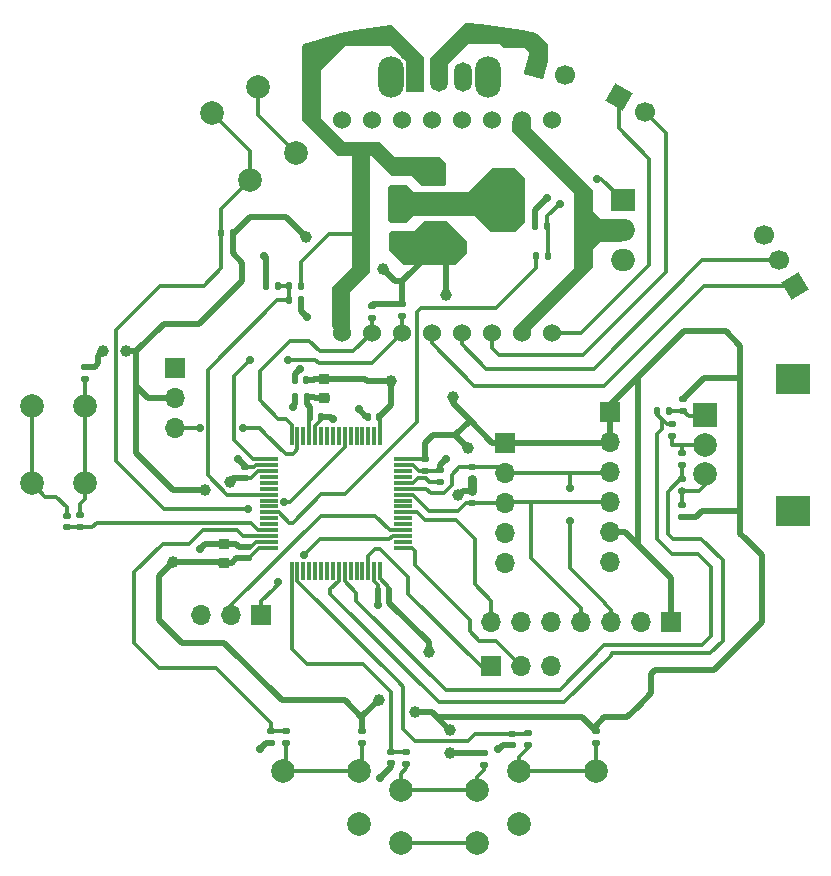
<source format=gtl>
%TF.GenerationSoftware,KiCad,Pcbnew,8.0.4*%
%TF.CreationDate,2024-08-27T21:01:54+02:00*%
%TF.ProjectId,smartEggTimer,736d6172-7445-4676-9754-696d65722e6b,rev?*%
%TF.SameCoordinates,Original*%
%TF.FileFunction,Copper,L1,Top*%
%TF.FilePolarity,Positive*%
%FSLAX46Y46*%
G04 Gerber Fmt 4.6, Leading zero omitted, Abs format (unit mm)*
G04 Created by KiCad (PCBNEW 8.0.4) date 2024-08-27 21:01:54*
%MOMM*%
%LPD*%
G01*
G04 APERTURE LIST*
G04 Aperture macros list*
%AMRoundRect*
0 Rectangle with rounded corners*
0 $1 Rounding radius*
0 $2 $3 $4 $5 $6 $7 $8 $9 X,Y pos of 4 corners*
0 Add a 4 corners polygon primitive as box body*
4,1,4,$2,$3,$4,$5,$6,$7,$8,$9,$2,$3,0*
0 Add four circle primitives for the rounded corners*
1,1,$1+$1,$2,$3*
1,1,$1+$1,$4,$5*
1,1,$1+$1,$6,$7*
1,1,$1+$1,$8,$9*
0 Add four rect primitives between the rounded corners*
20,1,$1+$1,$2,$3,$4,$5,0*
20,1,$1+$1,$4,$5,$6,$7,0*
20,1,$1+$1,$6,$7,$8,$9,0*
20,1,$1+$1,$8,$9,$2,$3,0*%
%AMHorizOval*
0 Thick line with rounded ends*
0 $1 width*
0 $2 $3 position (X,Y) of the first rounded end (center of the circle)*
0 $4 $5 position (X,Y) of the second rounded end (center of the circle)*
0 Add line between two ends*
20,1,$1,$2,$3,$4,$5,0*
0 Add two circle primitives to create the rounded ends*
1,1,$1,$2,$3*
1,1,$1,$4,$5*%
%AMRotRect*
0 Rectangle, with rotation*
0 The origin of the aperture is its center*
0 $1 length*
0 $2 width*
0 $3 Rotation angle, in degrees counterclockwise*
0 Add horizontal line*
21,1,$1,$2,0,0,$3*%
G04 Aperture macros list end*
%TA.AperFunction,ComponentPad*%
%ADD10C,2.000000*%
%TD*%
%TA.AperFunction,SMDPad,CuDef*%
%ADD11RoundRect,0.135000X0.185000X-0.135000X0.185000X0.135000X-0.185000X0.135000X-0.185000X-0.135000X0*%
%TD*%
%TA.AperFunction,SMDPad,CuDef*%
%ADD12RoundRect,0.135000X-0.135000X-0.185000X0.135000X-0.185000X0.135000X0.185000X-0.135000X0.185000X0*%
%TD*%
%TA.AperFunction,ComponentPad*%
%ADD13R,1.700000X1.700000*%
%TD*%
%TA.AperFunction,ComponentPad*%
%ADD14O,1.700000X1.700000*%
%TD*%
%TA.AperFunction,SMDPad,CuDef*%
%ADD15RoundRect,0.140000X-0.140000X-0.170000X0.140000X-0.170000X0.140000X0.170000X-0.140000X0.170000X0*%
%TD*%
%TA.AperFunction,SMDPad,CuDef*%
%ADD16RoundRect,0.135000X-0.185000X0.135000X-0.185000X-0.135000X0.185000X-0.135000X0.185000X0.135000X0*%
%TD*%
%TA.AperFunction,SMDPad,CuDef*%
%ADD17RoundRect,0.140000X0.140000X0.170000X-0.140000X0.170000X-0.140000X-0.170000X0.140000X-0.170000X0*%
%TD*%
%TA.AperFunction,ComponentPad*%
%ADD18C,1.524000*%
%TD*%
%TA.AperFunction,SMDPad,CuDef*%
%ADD19RoundRect,0.375000X-0.625000X-0.375000X0.625000X-0.375000X0.625000X0.375000X-0.625000X0.375000X0*%
%TD*%
%TA.AperFunction,SMDPad,CuDef*%
%ADD20RoundRect,0.500000X-0.500000X-1.400000X0.500000X-1.400000X0.500000X1.400000X-0.500000X1.400000X0*%
%TD*%
%TA.AperFunction,SMDPad,CuDef*%
%ADD21RoundRect,0.140000X-0.170000X0.140000X-0.170000X-0.140000X0.170000X-0.140000X0.170000X0.140000X0*%
%TD*%
%TA.AperFunction,SMDPad,CuDef*%
%ADD22RoundRect,0.140000X0.170000X-0.140000X0.170000X0.140000X-0.170000X0.140000X-0.170000X-0.140000X0*%
%TD*%
%TA.AperFunction,ComponentPad*%
%ADD23R,2.000000X2.000000*%
%TD*%
%TA.AperFunction,ComponentPad*%
%ADD24R,3.000000X2.500000*%
%TD*%
%TA.AperFunction,SMDPad,CuDef*%
%ADD25RoundRect,0.075000X-0.075000X0.700000X-0.075000X-0.700000X0.075000X-0.700000X0.075000X0.700000X0*%
%TD*%
%TA.AperFunction,SMDPad,CuDef*%
%ADD26RoundRect,0.075000X-0.700000X0.075000X-0.700000X-0.075000X0.700000X-0.075000X0.700000X0.075000X0*%
%TD*%
%TA.AperFunction,SMDPad,CuDef*%
%ADD27RoundRect,0.250000X-0.475000X0.250000X-0.475000X-0.250000X0.475000X-0.250000X0.475000X0.250000X0*%
%TD*%
%TA.AperFunction,SMDPad,CuDef*%
%ADD28RoundRect,0.135000X0.135000X0.185000X-0.135000X0.185000X-0.135000X-0.185000X0.135000X-0.185000X0*%
%TD*%
%TA.AperFunction,ComponentPad*%
%ADD29RotRect,1.700000X1.700000X60.000000*%
%TD*%
%TA.AperFunction,ComponentPad*%
%ADD30HorizOval,1.700000X0.000000X0.000000X0.000000X0.000000X0*%
%TD*%
%TA.AperFunction,ComponentPad*%
%ADD31RotRect,1.700000X1.700000X211.000000*%
%TD*%
%TA.AperFunction,ComponentPad*%
%ADD32HorizOval,1.700000X0.000000X0.000000X0.000000X0.000000X0*%
%TD*%
%TA.AperFunction,ComponentPad*%
%ADD33R,2.000000X1.905000*%
%TD*%
%TA.AperFunction,ComponentPad*%
%ADD34O,2.000000X1.905000*%
%TD*%
%TA.AperFunction,SMDPad,CuDef*%
%ADD35RoundRect,0.225000X0.250000X-0.225000X0.250000X0.225000X-0.250000X0.225000X-0.250000X-0.225000X0*%
%TD*%
%TA.AperFunction,SMDPad,CuDef*%
%ADD36RoundRect,0.218750X0.256250X-0.218750X0.256250X0.218750X-0.256250X0.218750X-0.256250X-0.218750X0*%
%TD*%
%TA.AperFunction,ComponentPad*%
%ADD37RotRect,1.700000X1.700000X75.000000*%
%TD*%
%TA.AperFunction,ComponentPad*%
%ADD38HorizOval,1.700000X0.000000X0.000000X0.000000X0.000000X0*%
%TD*%
%TA.AperFunction,SMDPad,CuDef*%
%ADD39RoundRect,0.250000X0.475000X-0.250000X0.475000X0.250000X-0.475000X0.250000X-0.475000X-0.250000X0*%
%TD*%
%TA.AperFunction,ComponentPad*%
%ADD40O,2.200000X3.500000*%
%TD*%
%TA.AperFunction,ComponentPad*%
%ADD41R,1.500000X2.500000*%
%TD*%
%TA.AperFunction,ComponentPad*%
%ADD42O,1.500000X2.500000*%
%TD*%
%TA.AperFunction,ViaPad*%
%ADD43C,1.000000*%
%TD*%
%TA.AperFunction,ViaPad*%
%ADD44C,0.700000*%
%TD*%
%TA.AperFunction,Conductor*%
%ADD45C,0.500000*%
%TD*%
%TA.AperFunction,Conductor*%
%ADD46C,0.300000*%
%TD*%
%TA.AperFunction,Conductor*%
%ADD47C,0.800000*%
%TD*%
%TA.AperFunction,Conductor*%
%ADD48C,0.200000*%
%TD*%
G04 APERTURE END LIST*
D10*
%TO.P,SW6,1,1*%
%TO.N,GND*%
X106750000Y-132120000D03*
%TO.P,SW6,2,2*%
%TO.N,Net-(R20-Pad1)*%
X113250000Y-127620000D03*
X106750000Y-127620000D03*
%TD*%
D11*
%TO.P,R11,1*%
%TO.N,+3.3V*%
X120575000Y-106085000D03*
%TO.P,R11,2*%
%TO.N,Net-(R10-Pad1)*%
X120575000Y-105065000D03*
%TD*%
D12*
%TO.P,R12,1*%
%TO.N,/Battery_indicator*%
X87275000Y-86585000D03*
%TO.P,R12,2*%
%TO.N,/Battery-SW*%
X88295000Y-86585000D03*
%TD*%
D13*
%TO.P,J7,1,Pin_1*%
%TO.N,GND*%
X77600000Y-93520000D03*
D14*
%TO.P,J7,2,Pin_2*%
%TO.N,+3.3V*%
X77600000Y-96060000D03*
%TO.P,J7,3,Pin_3*%
%TO.N,/LED*%
X77600000Y-98600000D03*
%TD*%
D13*
%TO.P,J2,1,Pin_1*%
%TO.N,/JTAG_SWD*%
X104425000Y-118725000D03*
D14*
%TO.P,J2,2,Pin_2*%
%TO.N,/JTAG_SWCLK*%
X106965000Y-118725000D03*
%TO.P,J2,3,Pin_3*%
%TO.N,GND*%
X109505000Y-118725000D03*
%TD*%
D15*
%TO.P,C7,1*%
%TO.N,+3.3VA*%
X89056800Y-97615000D03*
%TO.P,C7,2*%
%TO.N,GND*%
X90016800Y-97615000D03*
%TD*%
D11*
%TO.P,R10,1*%
%TO.N,Net-(R10-Pad1)*%
X120575000Y-103885000D03*
%TO.P,R10,2*%
%TO.N,/Rotary Encoder b*%
X120575000Y-102865000D03*
%TD*%
D16*
%TO.P,R8,1*%
%TO.N,+3.3V*%
X120685000Y-96095000D03*
%TO.P,R8,2*%
%TO.N,Net-(R8-Pad2)*%
X120685000Y-97115000D03*
%TD*%
D11*
%TO.P,R20,1*%
%TO.N,Net-(R20-Pad1)*%
X113250000Y-125250000D03*
%TO.P,R20,2*%
%TO.N,+3.3V*%
X113250000Y-124230000D03*
%TD*%
%TO.P,R14,1*%
%TO.N,Net-(R14-Pad1)*%
X70000000Y-94400000D03*
%TO.P,R14,2*%
%TO.N,+3.3V*%
X70000000Y-93380000D03*
%TD*%
D10*
%TO.P,SW4,1,1*%
%TO.N,GND*%
X103250000Y-133750000D03*
X96750000Y-133750000D03*
%TO.P,SW4,2,2*%
%TO.N,Net-(R16-Pad1)*%
X103250000Y-129250000D03*
X96750000Y-129250000D03*
%TD*%
D17*
%TO.P,C3,1*%
%TO.N,+3.3V*%
X95800000Y-112365000D03*
%TO.P,C3,2*%
%TO.N,GND*%
X94840000Y-112365000D03*
%TD*%
D10*
%TO.P,SW3,1,1*%
%TO.N,GND*%
X65500000Y-103250000D03*
X65500000Y-96750000D03*
%TO.P,SW3,2,2*%
%TO.N,Net-(R14-Pad1)*%
X70000000Y-103250000D03*
X70000000Y-96750000D03*
%TD*%
D11*
%TO.P,R16,1*%
%TO.N,Net-(R16-Pad1)*%
X103816400Y-127119600D03*
%TO.P,R16,2*%
%TO.N,+3.3V*%
X103816400Y-126099600D03*
%TD*%
D18*
%TO.P,DFPlayerMini1,1,VCC*%
%TO.N,/Battery-SW*%
X91740000Y-90559000D03*
%TO.P,DFPlayerMini1,2,RX*%
%TO.N,/USART2_TX*%
X94280000Y-90559000D03*
%TO.P,DFPlayerMini1,3,TX*%
%TO.N,/USART2_RX*%
X96820000Y-90559000D03*
%TO.P,DFPlayerMini1,4,DAC_R*%
%TO.N,/DAC_R*%
X99360000Y-90559000D03*
%TO.P,DFPlayerMini1,5,DAC_L*%
%TO.N,/DAC_L*%
X101900000Y-90559000D03*
%TO.P,DFPlayerMini1,6,SPK_1*%
%TO.N,/SPK+*%
X104440000Y-90559000D03*
%TO.P,DFPlayerMini1,7,GND*%
%TO.N,/DFPlayer-Minus*%
X106980000Y-90559000D03*
%TO.P,DFPlayerMini1,8,SPK_2*%
%TO.N,/SPK-*%
X109520000Y-90559000D03*
%TO.P,DFPlayerMini1,9,IO_1*%
%TO.N,unconnected-(DFPlayerMini1-IO_1-Pad9)*%
X109520000Y-72525000D03*
%TO.P,DFPlayerMini1,10,GND*%
%TO.N,/DFPlayer-Minus*%
X106980000Y-72525000D03*
%TO.P,DFPlayerMini1,11,IO_2*%
%TO.N,unconnected-(DFPlayerMini1-IO_2-Pad11)*%
X104440000Y-72525000D03*
%TO.P,DFPlayerMini1,12,ADKEY_1*%
%TO.N,unconnected-(DFPlayerMini1-ADKEY_1-Pad12)*%
X101900000Y-72525000D03*
%TO.P,DFPlayerMini1,13,ADKEY_2*%
%TO.N,unconnected-(DFPlayerMini1-ADKEY_2-Pad13)*%
X99360000Y-72525000D03*
%TO.P,DFPlayerMini1,14,USB+*%
%TO.N,unconnected-(DFPlayerMini1-USB+-Pad14)*%
X96820000Y-72525000D03*
%TO.P,DFPlayerMini1,15,USB-*%
%TO.N,unconnected-(DFPlayerMini1-USB--Pad15)*%
X94280000Y-72525000D03*
%TO.P,DFPlayerMini1,16,BUSY*%
%TO.N,unconnected-(DFPlayerMini1-BUSY-Pad16)*%
X91740000Y-72525000D03*
%TD*%
D19*
%TO.P,U2,1,VI*%
%TO.N,/Battery-SW*%
X99550000Y-77300000D03*
%TO.P,U2,2,GND*%
%TO.N,GND*%
X99550000Y-79600000D03*
D20*
X105850000Y-79600000D03*
D19*
%TO.P,U2,3,VO*%
%TO.N,+3.3V*%
X99550000Y-81900000D03*
%TD*%
D21*
%TO.P,C17,1*%
%TO.N,/Button_2*%
X85750000Y-124270000D03*
%TO.P,C17,2*%
%TO.N,GND*%
X85750000Y-125230000D03*
%TD*%
D12*
%TO.P,R1,1*%
%TO.N,/NRST*%
X81540000Y-82050000D03*
%TO.P,R1,2*%
%TO.N,+3.3V*%
X82560000Y-82050000D03*
%TD*%
%TO.P,R5,1*%
%TO.N,/DFPlayer-On{slash}Off switch*%
X108230000Y-84050000D03*
%TO.P,R5,2*%
%TO.N,Net-(Q1-G)*%
X109250000Y-84050000D03*
%TD*%
D10*
%TO.P,SW5,1,1*%
%TO.N,GND*%
X93250000Y-132120000D03*
%TO.P,SW5,2,2*%
%TO.N,Net-(R18-Pad1)*%
X93250000Y-127620000D03*
X86750000Y-127620000D03*
%TD*%
D11*
%TO.P,R15,1*%
%TO.N,/Button_1*%
X69600000Y-107000000D03*
%TO.P,R15,2*%
%TO.N,Net-(R14-Pad1)*%
X69600000Y-105980000D03*
%TD*%
D16*
%TO.P,R23,1*%
%TO.N,+3.3V*%
X96900000Y-88125000D03*
%TO.P,R23,2*%
%TO.N,/USART2_RX*%
X96900000Y-89145000D03*
%TD*%
D15*
%TO.P,C14,1*%
%TO.N,/Battery_indicator*%
X87335000Y-87785000D03*
%TO.P,C14,2*%
%TO.N,GND*%
X88295000Y-87785000D03*
%TD*%
D16*
%TO.P,R7,1*%
%TO.N,/I2C1_SDA*%
X102800000Y-101890000D03*
%TO.P,R7,2*%
%TO.N,+3.3V*%
X102800000Y-102910000D03*
%TD*%
D17*
%TO.P,C9,1*%
%TO.N,+3.3V*%
X88770000Y-94555000D03*
%TO.P,C9,2*%
%TO.N,GND*%
X87810000Y-94555000D03*
%TD*%
D22*
%TO.P,C2,1*%
%TO.N,+3.3V*%
X83820000Y-109595000D03*
%TO.P,C2,2*%
%TO.N,GND*%
X83820000Y-108635000D03*
%TD*%
D13*
%TO.P,J1,1,Pin_1*%
%TO.N,+3.3V*%
X105600000Y-99840000D03*
D14*
%TO.P,J1,2,Pin_2*%
%TO.N,/I2C1_SDA*%
X105600000Y-102380000D03*
%TO.P,J1,3,Pin_3*%
%TO.N,/I2C1_SCL*%
X105600000Y-104920000D03*
%TO.P,J1,4,Pin_4*%
%TO.N,unconnected-(J1-Pin_4-Pad4)*%
X105600000Y-107460000D03*
%TO.P,J1,5,Pin_5*%
%TO.N,GND*%
X105600000Y-110000000D03*
%TD*%
D23*
%TO.P,SW2,A,A*%
%TO.N,Net-(R8-Pad2)*%
X122500000Y-97500000D03*
D10*
%TO.P,SW2,B,B*%
%TO.N,Net-(R10-Pad1)*%
X122500000Y-102500000D03*
%TO.P,SW2,C,C*%
%TO.N,GND*%
X122500000Y-100000000D03*
D24*
X130000000Y-94400000D03*
X130000000Y-105600000D03*
%TD*%
D25*
%TO.P,U1,1,VBAT*%
%TO.N,+3.3V*%
X95010000Y-99305000D03*
%TO.P,U1,2,PC13*%
%TO.N,unconnected-(U1-PC13-Pad2)*%
X94510000Y-99305000D03*
%TO.P,U1,3,PC14*%
%TO.N,unconnected-(U1-PC14-Pad3)*%
X94010000Y-99305000D03*
%TO.P,U1,4,PC15*%
%TO.N,unconnected-(U1-PC15-Pad4)*%
X93510000Y-99305000D03*
%TO.P,U1,5,PD0*%
%TO.N,unconnected-(U1-PD0-Pad5)*%
X93010000Y-99305000D03*
%TO.P,U1,6,PD1*%
%TO.N,unconnected-(U1-PD1-Pad6)*%
X92510000Y-99305000D03*
%TO.P,U1,7,NRST*%
%TO.N,/NRST*%
X92010000Y-99305000D03*
%TO.P,U1,8,PC0*%
%TO.N,unconnected-(U1-PC0-Pad8)*%
X91510000Y-99305000D03*
%TO.P,U1,9,PC1*%
%TO.N,unconnected-(U1-PC1-Pad9)*%
X91010000Y-99305000D03*
%TO.P,U1,10,PC2*%
%TO.N,unconnected-(U1-PC2-Pad10)*%
X90510000Y-99305000D03*
%TO.P,U1,11,PC3*%
%TO.N,unconnected-(U1-PC3-Pad11)*%
X90010000Y-99305000D03*
%TO.P,U1,12,VSSA*%
%TO.N,GND*%
X89510000Y-99305000D03*
%TO.P,U1,13,VDDA*%
%TO.N,+3.3VA*%
X89010000Y-99305000D03*
%TO.P,U1,14,PA0*%
%TO.N,unconnected-(U1-PA0-Pad14)*%
X88510000Y-99305000D03*
%TO.P,U1,15,PA1*%
%TO.N,/LED*%
X88010000Y-99305000D03*
%TO.P,U1,16,PA2*%
%TO.N,/USART2_TX*%
X87510000Y-99305000D03*
D26*
%TO.P,U1,17,PA3*%
%TO.N,/USART2_RX*%
X85585000Y-101230000D03*
%TO.P,U1,18,VSS*%
%TO.N,GND*%
X85585000Y-101730000D03*
%TO.P,U1,19,VDD*%
%TO.N,+3.3V*%
X85585000Y-102230000D03*
%TO.P,U1,20,PA4*%
%TO.N,unconnected-(U1-PA4-Pad20)*%
X85585000Y-102730000D03*
%TO.P,U1,21,PA5*%
%TO.N,unconnected-(U1-PA5-Pad21)*%
X85585000Y-103230000D03*
%TO.P,U1,22,PA6*%
%TO.N,unconnected-(U1-PA6-Pad22)*%
X85585000Y-103730000D03*
%TO.P,U1,23,PA7*%
%TO.N,/Battery_indicator*%
X85585000Y-104230000D03*
%TO.P,U1,24,PC4*%
%TO.N,unconnected-(U1-PC4-Pad24)*%
X85585000Y-104730000D03*
%TO.P,U1,25,PC5*%
%TO.N,unconnected-(U1-PC5-Pad25)*%
X85585000Y-105230000D03*
%TO.P,U1,26,PB0*%
%TO.N,/DFPlayer-On{slash}Off switch*%
X85585000Y-105730000D03*
%TO.P,U1,27,PB1*%
%TO.N,unconnected-(U1-PB1-Pad27)*%
X85585000Y-106230000D03*
%TO.P,U1,28,PB2*%
%TO.N,unconnected-(U1-PB2-Pad28)*%
X85585000Y-106730000D03*
%TO.P,U1,29,PB10*%
%TO.N,/Button_1*%
X85585000Y-107230000D03*
%TO.P,U1,30,PB11*%
%TO.N,/Button_2*%
X85585000Y-107730000D03*
%TO.P,U1,31,VSS*%
%TO.N,GND*%
X85585000Y-108230000D03*
%TO.P,U1,32,VDD*%
%TO.N,+3.3V*%
X85585000Y-108730000D03*
D25*
%TO.P,U1,33,PB12*%
%TO.N,/Button_3*%
X87510000Y-110655000D03*
%TO.P,U1,34,PB13*%
%TO.N,/Button_4*%
X88010000Y-110655000D03*
%TO.P,U1,35,PB14*%
%TO.N,unconnected-(U1-PB14-Pad35)*%
X88510000Y-110655000D03*
%TO.P,U1,36,PB15*%
%TO.N,unconnected-(U1-PB15-Pad36)*%
X89010000Y-110655000D03*
%TO.P,U1,37,PC6*%
%TO.N,unconnected-(U1-PC6-Pad37)*%
X89510000Y-110655000D03*
%TO.P,U1,38,PC7*%
%TO.N,unconnected-(U1-PC7-Pad38)*%
X90010000Y-110655000D03*
%TO.P,U1,39,PC8*%
%TO.N,unconnected-(U1-PC8-Pad39)*%
X90510000Y-110655000D03*
%TO.P,U1,40,PC9*%
%TO.N,unconnected-(U1-PC9-Pad40)*%
X91010000Y-110655000D03*
%TO.P,U1,41,PA8*%
%TO.N,/Rotary Encoder b*%
X91510000Y-110655000D03*
%TO.P,U1,42,PA9*%
%TO.N,/Rotary Encoder a*%
X92010000Y-110655000D03*
%TO.P,U1,43,PA10*%
%TO.N,unconnected-(U1-PA10-Pad43)*%
X92510000Y-110655000D03*
%TO.P,U1,44,PA11*%
%TO.N,unconnected-(U1-PA11-Pad44)*%
X93010000Y-110655000D03*
%TO.P,U1,45,PA12*%
%TO.N,unconnected-(U1-PA12-Pad45)*%
X93510000Y-110655000D03*
%TO.P,U1,46,PA13*%
%TO.N,/JTAG_SWD*%
X94010000Y-110655000D03*
%TO.P,U1,47,VSS*%
%TO.N,GND*%
X94510000Y-110655000D03*
%TO.P,U1,48,VDD*%
%TO.N,+3.3V*%
X95010000Y-110655000D03*
D26*
%TO.P,U1,49,PA14*%
%TO.N,/JTAG_SWCLK*%
X96935000Y-108730000D03*
%TO.P,U1,50,PA15*%
%TO.N,unconnected-(U1-PA15-Pad50)*%
X96935000Y-108230000D03*
%TO.P,U1,51,PC10*%
%TO.N,/USART3_TX*%
X96935000Y-107730000D03*
%TO.P,U1,52,PC11*%
%TO.N,/USART3_RX*%
X96935000Y-107230000D03*
%TO.P,U1,53,PC12*%
%TO.N,unconnected-(U1-PC12-Pad53)*%
X96935000Y-106730000D03*
%TO.P,U1,54,PD2*%
%TO.N,unconnected-(U1-PD2-Pad54)*%
X96935000Y-106230000D03*
%TO.P,U1,55,PB3*%
%TO.N,/display_reset*%
X96935000Y-105730000D03*
%TO.P,U1,56,PB4*%
%TO.N,unconnected-(U1-PB4-Pad56)*%
X96935000Y-105230000D03*
%TO.P,U1,57,PB5*%
%TO.N,unconnected-(U1-PB5-Pad57)*%
X96935000Y-104730000D03*
%TO.P,U1,58,PB6*%
%TO.N,/I2C1_SCL*%
X96935000Y-104230000D03*
%TO.P,U1,59,PB7*%
%TO.N,/I2C1_SDA*%
X96935000Y-103730000D03*
%TO.P,U1,60,BOOT0*%
%TO.N,/BOOT0*%
X96935000Y-103230000D03*
%TO.P,U1,61,PB8*%
%TO.N,unconnected-(U1-PB8-Pad61)*%
X96935000Y-102730000D03*
%TO.P,U1,62,PB9*%
%TO.N,unconnected-(U1-PB9-Pad62)*%
X96935000Y-102230000D03*
%TO.P,U1,63,VSS*%
%TO.N,GND*%
X96935000Y-101730000D03*
%TO.P,U1,64,VDD*%
%TO.N,+3.3V*%
X96935000Y-101230000D03*
%TD*%
D12*
%TO.P,R13,1*%
%TO.N,GND*%
X85305000Y-86585000D03*
%TO.P,R13,2*%
%TO.N,/Battery_indicator*%
X86325000Y-86585000D03*
%TD*%
D21*
%TO.P,C6,1*%
%TO.N,+3.3V*%
X98820000Y-101230000D03*
%TO.P,C6,2*%
%TO.N,GND*%
X98820000Y-102190000D03*
%TD*%
%TO.P,C13,1*%
%TO.N,GND*%
X120575000Y-100720000D03*
%TO.P,C13,2*%
%TO.N,/Rotary Encoder b*%
X120575000Y-101680000D03*
%TD*%
D22*
%TO.P,C4,1*%
%TO.N,+3.3V*%
X83570000Y-102845000D03*
%TO.P,C4,2*%
%TO.N,GND*%
X83570000Y-101885000D03*
%TD*%
D16*
%TO.P,R2,1*%
%TO.N,GND*%
X100060000Y-102105000D03*
%TO.P,R2,2*%
%TO.N,/BOOT0*%
X100060000Y-103125000D03*
%TD*%
D27*
%TO.P,C10,1*%
%TO.N,/Battery-SW*%
X96550000Y-76667500D03*
%TO.P,C10,2*%
%TO.N,GND*%
X96550000Y-78567500D03*
%TD*%
D22*
%TO.P,C15,1*%
%TO.N,/Button_1*%
X68475000Y-106970000D03*
%TO.P,C15,2*%
%TO.N,GND*%
X68475000Y-106010000D03*
%TD*%
D28*
%TO.P,R9,1*%
%TO.N,Net-(R8-Pad2)*%
X119470000Y-97130000D03*
%TO.P,R9,2*%
%TO.N,/Rotary Encoder a*%
X118450000Y-97130000D03*
%TD*%
D16*
%TO.P,R22,1*%
%TO.N,+3.3V*%
X94300000Y-88215000D03*
%TO.P,R22,2*%
%TO.N,/USART2_TX*%
X94300000Y-89235000D03*
%TD*%
D29*
%TO.P,J5,1,Pin_1*%
%TO.N,/SPK-*%
X115200000Y-70530000D03*
D30*
%TO.P,J5,2,Pin_2*%
%TO.N,/SPK+*%
X117399705Y-71800000D03*
%TD*%
D31*
%TO.P,J8,1,Pin_1*%
%TO.N,/DAC_R*%
X130108197Y-86577205D03*
D32*
%TO.P,J8,2,Pin_2*%
%TO.N,/DAC_L*%
X128800000Y-84400000D03*
%TO.P,J8,3,Pin_3*%
%TO.N,GND*%
X127491804Y-82222795D03*
%TD*%
D13*
%TO.P,J3,1,Pin_1*%
%TO.N,/USART3_TX*%
X84925000Y-114400000D03*
D14*
%TO.P,J3,2,Pin_2*%
%TO.N,/USART3_RX*%
X82385000Y-114400000D03*
%TO.P,J3,3,Pin_3*%
%TO.N,GND*%
X79845000Y-114400000D03*
%TD*%
D21*
%TO.P,C12,1*%
%TO.N,/Rotary Encoder a*%
X119685000Y-98270000D03*
%TO.P,C12,2*%
%TO.N,GND*%
X119685000Y-99230000D03*
%TD*%
D16*
%TO.P,R21,1*%
%TO.N,/Button_4*%
X107500000Y-124430000D03*
%TO.P,R21,2*%
%TO.N,Net-(R20-Pad1)*%
X107500000Y-125450000D03*
%TD*%
D17*
%TO.P,C8,1*%
%TO.N,+3.3VA*%
X88780000Y-95955000D03*
%TO.P,C8,2*%
%TO.N,GND*%
X87820000Y-95955000D03*
%TD*%
D13*
%TO.P,J4,1,Pin_1*%
%TO.N,+3.3V*%
X114475000Y-97260000D03*
D14*
%TO.P,J4,2,Pin_2*%
X114475000Y-99800000D03*
%TO.P,J4,3,Pin_3*%
%TO.N,/I2C1_SDA*%
X114475000Y-102340000D03*
%TO.P,J4,4,Pin_4*%
%TO.N,/I2C1_SCL*%
X114475000Y-104880000D03*
%TO.P,J4,5,Pin_5*%
%TO.N,+3.3V*%
X114475000Y-107420000D03*
%TO.P,J4,6,Pin_6*%
%TO.N,GND*%
X114475000Y-109960000D03*
%TD*%
D21*
%TO.P,C16,1*%
%TO.N,/Button_3*%
X95917000Y-126020000D03*
%TO.P,C16,2*%
%TO.N,GND*%
X95917000Y-126980000D03*
%TD*%
D17*
%TO.P,C5,1*%
%TO.N,+3.3V*%
X94940000Y-97615000D03*
%TO.P,C5,2*%
%TO.N,GND*%
X93980000Y-97615000D03*
%TD*%
D33*
%TO.P,Q1,1,G*%
%TO.N,Net-(Q1-G)*%
X115550000Y-79310000D03*
D34*
%TO.P,Q1,2,D*%
%TO.N,/DFPlayer-Minus*%
X115550000Y-81850000D03*
%TO.P,Q1,3,S*%
%TO.N,GND*%
X115550000Y-84390000D03*
%TD*%
D13*
%TO.P,OLED-15W-C1,1,VCC*%
%TO.N,+3.3V*%
X119640000Y-115000000D03*
D14*
%TO.P,OLED-15W-C1,2,GND*%
%TO.N,GND*%
X117100000Y-115000000D03*
%TO.P,OLED-15W-C1,3,DIN*%
%TO.N,/I2C1_SDA*%
X114560000Y-115000000D03*
%TO.P,OLED-15W-C1,4,CLK*%
%TO.N,/I2C1_SCL*%
X112020000Y-115000000D03*
%TO.P,OLED-15W-C1,5,CS*%
%TO.N,unconnected-(OLED-15W-C1-CS-Pad5)*%
X109480000Y-115000000D03*
%TO.P,OLED-15W-C1,6,D/C*%
%TO.N,unconnected-(OLED-15W-C1-D{slash}C-Pad6)*%
X106940000Y-115000000D03*
%TO.P,OLED-15W-C1,7,RES*%
%TO.N,/display_reset*%
X104400000Y-115000000D03*
%TD*%
D16*
%TO.P,R17,1*%
%TO.N,/Button_3*%
X97187000Y-125990000D03*
%TO.P,R17,2*%
%TO.N,Net-(R16-Pad1)*%
X97187000Y-127010000D03*
%TD*%
D11*
%TO.P,R6,1*%
%TO.N,/I2C1_SCL*%
X102800000Y-104910000D03*
%TO.P,R6,2*%
%TO.N,+3.3V*%
X102800000Y-103890000D03*
%TD*%
D35*
%TO.P,C1,1*%
%TO.N,+3.3V*%
X81800000Y-109975000D03*
%TO.P,C1,2*%
%TO.N,GND*%
X81800000Y-108425000D03*
%TD*%
D16*
%TO.P,R19,1*%
%TO.N,/Button_2*%
X87000000Y-124240000D03*
%TO.P,R19,2*%
%TO.N,Net-(R18-Pad1)*%
X87000000Y-125260000D03*
%TD*%
D21*
%TO.P,C18,1*%
%TO.N,/Button_4*%
X106165000Y-124460000D03*
%TO.P,C18,2*%
%TO.N,GND*%
X106165000Y-125420000D03*
%TD*%
D36*
%TO.P,FB1,1*%
%TO.N,+3.3VA*%
X90260000Y-96030000D03*
%TO.P,FB1,2*%
%TO.N,+3.3V*%
X90260000Y-94455000D03*
%TD*%
D37*
%TO.P,J6,1,Pin_1*%
%TO.N,/Bat+*%
X108200000Y-68000000D03*
D38*
%TO.P,J6,2,Pin_2*%
%TO.N,GND*%
X110653452Y-68657400D03*
%TD*%
D39*
%TO.P,C11,1*%
%TO.N,+3.3V*%
X96550000Y-82505000D03*
%TO.P,C11,2*%
%TO.N,GND*%
X96550000Y-80605000D03*
%TD*%
D11*
%TO.P,R18,1*%
%TO.N,Net-(R18-Pad1)*%
X93500000Y-125260000D03*
%TO.P,R18,2*%
%TO.N,+3.3V*%
X93500000Y-124240000D03*
%TD*%
D28*
%TO.P,R4,1*%
%TO.N,Net-(Q1-G)*%
X109160000Y-81450000D03*
%TO.P,R4,2*%
%TO.N,GND*%
X108140000Y-81450000D03*
%TD*%
D40*
%TO.P,SW7,*%
%TO.N,*%
X95900000Y-68890001D03*
X104100002Y-68889999D03*
D41*
%TO.P,SW7,1,A*%
%TO.N,/Battery-SW*%
X98000001Y-68890000D03*
D42*
%TO.P,SW7,2,B*%
%TO.N,/Bat+*%
X100000000Y-68890000D03*
%TO.P,SW7,3,C*%
%TO.N,unconnected-(SW7-C-Pad3)*%
X102000002Y-68890000D03*
%TD*%
D10*
%TO.P,SW1,1,1*%
%TO.N,GND*%
X87925000Y-75304165D03*
X84675000Y-69675000D03*
%TO.P,SW1,2,2*%
%TO.N,/NRST*%
X84027886Y-77554166D03*
X80777885Y-71925000D03*
%TD*%
D43*
%TO.N,+3.3V*%
X95250000Y-85125000D03*
X99125000Y-117525000D03*
X101575000Y-104300000D03*
X94925000Y-121575000D03*
X100925000Y-124125000D03*
X88725000Y-82400000D03*
X95900000Y-94625000D03*
X102475000Y-100300000D03*
X101175000Y-95975000D03*
X100575000Y-87300000D03*
X80150000Y-103825000D03*
X100925000Y-126125000D03*
X73500000Y-92050000D03*
X82300000Y-103125000D03*
X77450000Y-109950000D03*
X71525000Y-92050000D03*
X97925000Y-122650000D03*
D44*
%TO.N,GND*%
X105000000Y-125800000D03*
X97850000Y-79000000D03*
X104050000Y-78600000D03*
X91000000Y-97800000D03*
X95000000Y-128200000D03*
X104050000Y-79600000D03*
X100600000Y-101200000D03*
X79800000Y-108800000D03*
X83000000Y-101200000D03*
X85215000Y-83985000D03*
X84800000Y-125800000D03*
X101250000Y-79200000D03*
X104050000Y-80600000D03*
X101250000Y-80000000D03*
X109125000Y-79125000D03*
X88200000Y-93600000D03*
X93200000Y-97000000D03*
X88815000Y-89185000D03*
X87600000Y-96800000D03*
X94800000Y-113600000D03*
X97850000Y-80200000D03*
%TO.N,/USART2_RX*%
X84000000Y-92800000D03*
X87200000Y-92800000D03*
%TO.N,/I2C1_SDA*%
X111075000Y-103625000D03*
X111075000Y-106475000D03*
%TO.N,/USART3_TX*%
X88601109Y-109330069D03*
X86400000Y-111600000D03*
%TO.N,/LED*%
X83400000Y-98600000D03*
X79750000Y-98600000D03*
%TO.N,/NRST*%
X83800000Y-105450000D03*
X86909596Y-104833484D03*
%TO.N,Net-(Q1-G)*%
X113400000Y-77500000D03*
X110200000Y-79600000D03*
%TD*%
D45*
%TO.N,+3.3V*%
X119640000Y-111290000D02*
X119640000Y-115000000D01*
X83350000Y-84600000D02*
X83350000Y-86100000D01*
X117975000Y-119375000D02*
X118250000Y-119100000D01*
X74375000Y-100725000D02*
X77475000Y-103825000D01*
X99400000Y-122650000D02*
X99825000Y-123075000D01*
X76675000Y-89750000D02*
X74375000Y-92050000D01*
X104515000Y-99840000D02*
X105600000Y-99840000D01*
X96900000Y-86125000D02*
X96250000Y-86125000D01*
X125500000Y-107525000D02*
X125500000Y-105600000D01*
X115925000Y-123075000D02*
X116900000Y-122100000D01*
X81775000Y-109950000D02*
X81800000Y-109975000D01*
X76300000Y-114875000D02*
X78225000Y-116800000D01*
X89485000Y-94455000D02*
X90260000Y-94455000D01*
X94390000Y-88125000D02*
X94300000Y-88215000D01*
X121790000Y-106085000D02*
X122300000Y-105575000D01*
X71125000Y-93100000D02*
X70845000Y-93380000D01*
X125500000Y-105600000D02*
X125500000Y-94325000D01*
X122455000Y-94325000D02*
X125500000Y-94325000D01*
X125050000Y-117300000D02*
X127325000Y-115025000D01*
D46*
X96935000Y-101230000D02*
X98820000Y-101230000D01*
D45*
X81825000Y-116800000D02*
X86675000Y-121650000D01*
X120685000Y-96095000D02*
X122455000Y-94325000D01*
X99550000Y-81900000D02*
X99550000Y-83475000D01*
X105600000Y-99840000D02*
X114435000Y-99840000D01*
X101175000Y-95975000D02*
X101175000Y-96500000D01*
D46*
X85585000Y-108730000D02*
X84760000Y-108730000D01*
D45*
X88770000Y-94555000D02*
X89335000Y-94555000D01*
D46*
X83570000Y-102845000D02*
X84091880Y-102845000D01*
D45*
X95800000Y-113375000D02*
X99125000Y-116700000D01*
X87075000Y-80750000D02*
X83950000Y-80750000D01*
X99825000Y-123075000D02*
X100875000Y-124125000D01*
X74375000Y-92050000D02*
X74375000Y-94675000D01*
X101375000Y-99200000D02*
X102600000Y-97975000D01*
X76300000Y-111100000D02*
X76300000Y-114875000D01*
X93500000Y-123000000D02*
X94925000Y-121575000D01*
X83570000Y-102845000D02*
X82580000Y-102845000D01*
X77475000Y-103825000D02*
X80150000Y-103825000D01*
X100875000Y-124125000D02*
X100925000Y-124125000D01*
X95900000Y-94625000D02*
X93925000Y-94625000D01*
X82650000Y-82050000D02*
X82560000Y-82050000D01*
D46*
X95010000Y-111326014D02*
X95800000Y-112116014D01*
D45*
X101175000Y-96500000D02*
X102600000Y-97925000D01*
X82805000Y-109595000D02*
X83820000Y-109595000D01*
X93925000Y-94625000D02*
X93755000Y-94455000D01*
X77450000Y-109950000D02*
X76300000Y-111100000D01*
X71525000Y-92050000D02*
X71125000Y-92450000D01*
X74375000Y-94675000D02*
X74375000Y-100725000D01*
X81800000Y-109975000D02*
X82425000Y-109975000D01*
X114475000Y-96675000D02*
X120750000Y-90400000D01*
X74375000Y-92050000D02*
X73500000Y-92050000D01*
D46*
X83895000Y-109595000D02*
X83820000Y-109595000D01*
D45*
X89335000Y-94555000D02*
X89460000Y-94430000D01*
X100925000Y-126125000D02*
X103791000Y-126125000D01*
X103791000Y-126125000D02*
X103816400Y-126099600D01*
X83350000Y-86100000D02*
X79700000Y-89750000D01*
X101985000Y-103890000D02*
X101575000Y-104300000D01*
X93755000Y-94455000D02*
X90260000Y-94455000D01*
X99475000Y-99200000D02*
X98820000Y-99855000D01*
X95900000Y-96655000D02*
X94940000Y-97615000D01*
X82560000Y-83810000D02*
X83350000Y-84600000D01*
X77450000Y-109950000D02*
X81775000Y-109950000D01*
X114475000Y-97260000D02*
X114475000Y-96675000D01*
X83950000Y-80750000D02*
X82650000Y-82050000D01*
X117975000Y-121025000D02*
X117975000Y-119875000D01*
X102800000Y-103890000D02*
X101985000Y-103890000D01*
X95800000Y-112365000D02*
X95800000Y-113375000D01*
X116837500Y-108487500D02*
X119640000Y-111290000D01*
X127325000Y-111100000D02*
X127325000Y-109350000D01*
X120575000Y-106085000D02*
X121790000Y-106085000D01*
X74375000Y-94675000D02*
X74375000Y-95050000D01*
X125875000Y-107900000D02*
X125500000Y-107525000D01*
X95900000Y-94625000D02*
X95900000Y-96655000D01*
X99825000Y-123075000D02*
X112095000Y-123075000D01*
X118250000Y-119100000D02*
X123250000Y-119100000D01*
X82560000Y-82050000D02*
X82560000Y-83810000D01*
X101375000Y-99200000D02*
X99475000Y-99200000D01*
X120750000Y-90400000D02*
X124275000Y-90400000D01*
X100575000Y-84500000D02*
X100575000Y-87300000D01*
X122300000Y-105575000D02*
X125475000Y-105575000D01*
X125500000Y-91625000D02*
X125500000Y-94325000D01*
X75385000Y-96060000D02*
X77600000Y-96060000D01*
X123250000Y-119100000D02*
X125050000Y-117300000D01*
X114475000Y-99800000D02*
X114475000Y-97260000D01*
X114435000Y-99840000D02*
X114475000Y-99800000D01*
X79700000Y-89750000D02*
X76675000Y-89750000D01*
X86675000Y-121650000D02*
X92025000Y-121650000D01*
X125475000Y-105575000D02*
X125500000Y-105600000D01*
X78225000Y-116800000D02*
X81825000Y-116800000D01*
X102475000Y-100300000D02*
X101375000Y-99200000D01*
X98820000Y-99855000D02*
X98820000Y-101230000D01*
X93500000Y-123125000D02*
X93500000Y-123000000D01*
X117975000Y-119875000D02*
X117975000Y-119375000D01*
X97925000Y-122650000D02*
X99400000Y-122650000D01*
X114000000Y-123075000D02*
X115925000Y-123075000D01*
X127325000Y-115025000D02*
X127325000Y-111100000D01*
X96900000Y-88125000D02*
X94390000Y-88125000D01*
D46*
X84706880Y-102230000D02*
X85585000Y-102230000D01*
D45*
X99125000Y-116700000D02*
X99125000Y-117525000D01*
D46*
X84760000Y-108730000D02*
X83895000Y-109595000D01*
D45*
X96250000Y-86125000D02*
X95250000Y-85125000D01*
X116837500Y-108487500D02*
X115770000Y-107420000D01*
X92025000Y-121650000D02*
X93500000Y-123125000D01*
X113250000Y-124230000D02*
X113250000Y-123825000D01*
X102600000Y-97975000D02*
X102600000Y-97925000D01*
X93500000Y-123125000D02*
X93500000Y-124240000D01*
D46*
X94940000Y-97615000D02*
X95010000Y-97685000D01*
D45*
X116837500Y-94312500D02*
X116837500Y-108487500D01*
X82580000Y-102845000D02*
X82300000Y-103125000D01*
X127325000Y-109350000D02*
X125875000Y-107900000D01*
X82425000Y-109975000D02*
X82805000Y-109595000D01*
X99550000Y-83475000D02*
X96900000Y-86125000D01*
X113250000Y-123825000D02*
X114000000Y-123075000D01*
X102600000Y-97925000D02*
X104515000Y-99840000D01*
D46*
X95010000Y-110655000D02*
X95010000Y-111326014D01*
X95800000Y-112116014D02*
X95800000Y-112365000D01*
D45*
X89460000Y-94430000D02*
X89485000Y-94455000D01*
X116900000Y-122100000D02*
X117975000Y-121025000D01*
X115770000Y-107420000D02*
X114475000Y-107420000D01*
X99550000Y-83475000D02*
X100575000Y-84500000D01*
X70845000Y-93380000D02*
X70000000Y-93380000D01*
X88725000Y-82400000D02*
X87075000Y-80750000D01*
X96900000Y-86125000D02*
X96900000Y-88125000D01*
D46*
X84091880Y-102845000D02*
X84706880Y-102230000D01*
X95010000Y-97685000D02*
X95010000Y-99305000D01*
D45*
X124275000Y-90400000D02*
X125500000Y-91625000D01*
X112095000Y-123075000D02*
X113250000Y-124230000D01*
X74375000Y-95050000D02*
X75385000Y-96060000D01*
X71125000Y-92450000D02*
X71125000Y-93100000D01*
D47*
X102800000Y-102910000D02*
X102800000Y-103890000D01*
D45*
%TO.N,GND*%
X87820000Y-96580000D02*
X87600000Y-96800000D01*
D46*
X120600000Y-100000000D02*
X120600000Y-100150000D01*
D45*
X82825000Y-108425000D02*
X83035000Y-108635000D01*
X83570000Y-101885000D02*
X83570000Y-101770000D01*
X94840000Y-113560000D02*
X94800000Y-113600000D01*
D46*
X106670000Y-132200000D02*
X106750000Y-132120000D01*
D45*
X85750000Y-125230000D02*
X85370000Y-125230000D01*
X106165000Y-125420000D02*
X105420000Y-125420000D01*
X83570000Y-101770000D02*
X83000000Y-101200000D01*
D46*
X66650000Y-104400000D02*
X67600000Y-104400000D01*
D45*
X81800000Y-108425000D02*
X82825000Y-108425000D01*
X95917000Y-127283000D02*
X95000000Y-128200000D01*
X81800000Y-108425000D02*
X80175000Y-108425000D01*
D46*
X89510000Y-99305000D02*
X89510000Y-98426880D01*
D45*
X80175000Y-108425000D02*
X79800000Y-108800000D01*
X85305000Y-86585000D02*
X85305000Y-84075000D01*
D46*
X119685000Y-100000000D02*
X120600000Y-100000000D01*
D45*
X85370000Y-125230000D02*
X84800000Y-125800000D01*
D46*
X65500000Y-103250000D02*
X66650000Y-104400000D01*
D45*
X90016800Y-97615000D02*
X90815000Y-97615000D01*
D46*
X94510000Y-110655000D02*
X94510000Y-111533120D01*
X99975000Y-102190000D02*
X100060000Y-102105000D01*
X84344773Y-101885000D02*
X84499773Y-101730000D01*
D45*
X95917000Y-127083000D02*
X95917000Y-127283000D01*
D46*
X65500000Y-100000000D02*
X65500000Y-103250000D01*
X93530000Y-132400000D02*
X93250000Y-132120000D01*
X67600000Y-104400000D02*
X68475000Y-105275000D01*
X84055000Y-108635000D02*
X84460000Y-108230000D01*
D45*
X87810000Y-94555000D02*
X87810000Y-93990000D01*
X88295000Y-87785000D02*
X88295000Y-88665000D01*
D46*
X120600000Y-100000000D02*
X122500000Y-100000000D01*
X65500000Y-96750000D02*
X65500000Y-100000000D01*
X84675000Y-72054165D02*
X87925000Y-75304165D01*
D45*
X100060000Y-101740000D02*
X100600000Y-101200000D01*
D46*
X120600000Y-100150000D02*
X120575000Y-100175000D01*
D45*
X108140000Y-80110000D02*
X109125000Y-79125000D01*
D46*
X89510000Y-98426880D02*
X90016800Y-97920080D01*
X94840000Y-111863120D02*
X94840000Y-112365000D01*
X68475000Y-105275000D02*
X68475000Y-106010000D01*
D45*
X100060000Y-102105000D02*
X100060000Y-101740000D01*
X93815000Y-97615000D02*
X93200000Y-97000000D01*
D46*
X96935000Y-101730000D02*
X97813120Y-101730000D01*
X98273120Y-102190000D02*
X98820000Y-102190000D01*
D45*
X83035000Y-108635000D02*
X83820000Y-108635000D01*
D46*
X98820000Y-102190000D02*
X99975000Y-102190000D01*
D45*
X94840000Y-112365000D02*
X94840000Y-113560000D01*
D46*
X94510000Y-111533120D02*
X94840000Y-111863120D01*
D45*
X105420000Y-125420000D02*
X105040000Y-125800000D01*
D46*
X96750000Y-133750000D02*
X100000000Y-133750000D01*
D45*
X108140000Y-81450000D02*
X108140000Y-80110000D01*
D46*
X97813120Y-101730000D02*
X98273120Y-102190000D01*
D45*
X105040000Y-125800000D02*
X105000000Y-125800000D01*
X88295000Y-88665000D02*
X88815000Y-89185000D01*
D46*
X83820000Y-108635000D02*
X84055000Y-108635000D01*
X90016800Y-97920080D02*
X90016800Y-97615000D01*
D45*
X87810000Y-93990000D02*
X88200000Y-93600000D01*
X93980000Y-97615000D02*
X93815000Y-97615000D01*
D46*
X95917000Y-126980000D02*
X95917000Y-127083000D01*
X84499773Y-101730000D02*
X85585000Y-101730000D01*
X84675000Y-69675000D02*
X84675000Y-72054165D01*
D45*
X87820000Y-95955000D02*
X87820000Y-96580000D01*
D46*
X83570000Y-101885000D02*
X84344773Y-101885000D01*
D45*
X90815000Y-97615000D02*
X91000000Y-97800000D01*
D46*
X120575000Y-100175000D02*
X120575000Y-100720000D01*
X84460000Y-108230000D02*
X85585000Y-108230000D01*
X100000000Y-133750000D02*
X103250000Y-133750000D01*
X119685000Y-99230000D02*
X119685000Y-100000000D01*
D45*
%TO.N,+3.3VA*%
X89060000Y-96830000D02*
X89056800Y-96833200D01*
X88780000Y-96550000D02*
X89060000Y-96830000D01*
X88780000Y-95955000D02*
X88780000Y-96550000D01*
D46*
X89056800Y-97615000D02*
X89010000Y-97661800D01*
D45*
X89460000Y-96030000D02*
X89385000Y-95955000D01*
X90260000Y-96030000D02*
X89460000Y-96030000D01*
D46*
X89010000Y-97661800D02*
X89010000Y-99305000D01*
D45*
X89056800Y-96833200D02*
X89056800Y-97615000D01*
X89385000Y-95955000D02*
X88780000Y-95955000D01*
D46*
%TO.N,/Battery-SW*%
X90250000Y-82600000D02*
X90700000Y-82150000D01*
X88295000Y-86585000D02*
X88295000Y-84555000D01*
X88295000Y-84555000D02*
X90250000Y-82600000D01*
X90700000Y-82150000D02*
X93500000Y-82150000D01*
%TO.N,/Rotary Encoder a*%
X118450000Y-97130000D02*
X118450000Y-97450000D01*
X121950000Y-109275000D02*
X119700000Y-109275000D01*
X123000000Y-110325000D02*
X121950000Y-109275000D01*
X92010000Y-111533120D02*
X93000000Y-112523120D01*
X100600000Y-120800000D02*
X110200000Y-120800000D01*
X93000000Y-113200000D02*
X100600000Y-120800000D01*
X118837500Y-98712500D02*
X118837500Y-97837500D01*
X119700000Y-109275000D02*
X118425000Y-108000000D01*
X118837500Y-97837500D02*
X119270000Y-98270000D01*
X92010000Y-110655000D02*
X92010000Y-111533120D01*
X123000000Y-116200000D02*
X123000000Y-110325000D01*
X110200000Y-120800000D02*
X114000000Y-117000000D01*
X118450000Y-97450000D02*
X118837500Y-97837500D01*
X93000000Y-112523120D02*
X93000000Y-113200000D01*
X118425000Y-108000000D02*
X118425000Y-99125000D01*
X114000000Y-117000000D02*
X114000000Y-116950000D01*
X118425000Y-99125000D02*
X118837500Y-98712500D01*
X119270000Y-98270000D02*
X119685000Y-98270000D01*
X122250000Y-116950000D02*
X123000000Y-116200000D01*
X114000000Y-116950000D02*
X122250000Y-116950000D01*
%TO.N,/USART2_RX*%
X82600000Y-94200000D02*
X84000000Y-92800000D01*
X89500000Y-92800000D02*
X89800000Y-93100000D01*
D48*
X84230000Y-101230000D02*
X85200000Y-101230000D01*
D46*
X96900000Y-89954000D02*
X96820000Y-90034000D01*
X84230000Y-101230000D02*
X83200000Y-100200000D01*
X85585000Y-101230000D02*
X85200000Y-101230000D01*
X87200000Y-92800000D02*
X89500000Y-92800000D01*
X89800000Y-93100000D02*
X94279000Y-93100000D01*
X85585000Y-101230000D02*
X84230000Y-101230000D01*
X83200000Y-100200000D02*
X82600000Y-99600000D01*
X82600000Y-95200000D02*
X82600000Y-94200000D01*
X94279000Y-93100000D02*
X96820000Y-90559000D01*
X96900000Y-89145000D02*
X96900000Y-90479000D01*
X96900000Y-90479000D02*
X96820000Y-90559000D01*
X82600000Y-99600000D02*
X82600000Y-95200000D01*
%TO.N,/Rotary Encoder b*%
X114525000Y-117800000D02*
X114525000Y-117875000D01*
X122200000Y-108000000D02*
X124000000Y-109800000D01*
X122925000Y-117675000D02*
X114650000Y-117675000D01*
X120575000Y-102775000D02*
X119375000Y-103975000D01*
X114650000Y-117675000D02*
X114525000Y-117800000D01*
X120590000Y-102790000D02*
X120600000Y-102780000D01*
X90800000Y-112243120D02*
X91510000Y-111533120D01*
X91510000Y-111533120D02*
X91510000Y-110655000D01*
X119800000Y-108000000D02*
X122200000Y-108000000D01*
X120575000Y-102775000D02*
X120590000Y-102790000D01*
X120540000Y-101715000D02*
X120575000Y-101680000D01*
X110600000Y-121800000D02*
X100000000Y-121800000D01*
X124000000Y-109800000D02*
X124000000Y-116600000D01*
X119375000Y-107575000D02*
X119800000Y-108000000D01*
X100000000Y-121800000D02*
X90800000Y-112600000D01*
X119375000Y-103975000D02*
X119375000Y-107575000D01*
X114525000Y-117875000D02*
X110600000Y-121800000D01*
X90800000Y-112600000D02*
X90800000Y-112243120D01*
X124000000Y-116600000D02*
X122925000Y-117675000D01*
X120575000Y-101680000D02*
X120575000Y-102775000D01*
%TO.N,/Battery_indicator*%
X80400000Y-102000000D02*
X80400000Y-102600000D01*
X80450000Y-101950000D02*
X80400000Y-102000000D01*
X82030000Y-104230000D02*
X85585000Y-104230000D01*
X80450000Y-93650000D02*
X80450000Y-101950000D01*
X87335000Y-87785000D02*
X86315000Y-87785000D01*
X87275000Y-86585000D02*
X87275000Y-87725000D01*
X86315000Y-87785000D02*
X80450000Y-93650000D01*
X80400000Y-102600000D02*
X82030000Y-104230000D01*
X86325000Y-86585000D02*
X87275000Y-86585000D01*
%TO.N,/Button_1*%
X84076880Y-106600000D02*
X71000000Y-106600000D01*
X68475000Y-106970000D02*
X69570000Y-106970000D01*
X71000000Y-106600000D02*
X70600000Y-107000000D01*
X84706880Y-107230000D02*
X84076880Y-106600000D01*
X85585000Y-107230000D02*
X84706880Y-107230000D01*
X70600000Y-107000000D02*
X69600000Y-107000000D01*
X69570000Y-106970000D02*
X69600000Y-107000000D01*
%TO.N,/Button_3*%
X87510000Y-110655000D02*
X87510000Y-117310000D01*
X93600000Y-118600000D02*
X95917000Y-120917000D01*
X95917000Y-126020000D02*
X97157000Y-126020000D01*
X88800000Y-118600000D02*
X93600000Y-118600000D01*
X87510000Y-117310000D02*
X88800000Y-118600000D01*
X95917000Y-120917000D02*
X95917000Y-126020000D01*
X97157000Y-126020000D02*
X97187000Y-125990000D01*
%TO.N,/Button_2*%
X82870000Y-107200000D02*
X80000000Y-107200000D01*
X83400000Y-107730000D02*
X82870000Y-107200000D01*
X81100000Y-118900000D02*
X85750000Y-123550000D01*
X74200000Y-116825000D02*
X76275000Y-118900000D01*
X85750000Y-124270000D02*
X86970000Y-124270000D01*
X80000000Y-107200000D02*
X78800000Y-108400000D01*
X74200000Y-110800000D02*
X74200000Y-116825000D01*
X86970000Y-124270000D02*
X87000000Y-124240000D01*
X76275000Y-118900000D02*
X81100000Y-118900000D01*
X78800000Y-108400000D02*
X76600000Y-108400000D01*
X85750000Y-123550000D02*
X85750000Y-124270000D01*
X76600000Y-108400000D02*
X74200000Y-110800000D01*
X85585000Y-107730000D02*
X83400000Y-107730000D01*
%TO.N,/Button_4*%
X103065000Y-124460000D02*
X102450000Y-125075000D01*
X96975000Y-120498120D02*
X96588440Y-120111560D01*
X102450000Y-125075000D02*
X99375000Y-125075000D01*
X106165000Y-124460000D02*
X103065000Y-124460000D01*
X99375000Y-125075000D02*
X97975000Y-125075000D01*
X96975000Y-124075000D02*
X96975000Y-120498120D01*
X88010000Y-111533120D02*
X96588440Y-120111560D01*
X97975000Y-125075000D02*
X96975000Y-124075000D01*
X107470000Y-124460000D02*
X107500000Y-124430000D01*
X106165000Y-124460000D02*
X107470000Y-124460000D01*
X88010000Y-110655000D02*
X88010000Y-111533120D01*
%TO.N,/I2C1_SDA*%
X105980000Y-102380000D02*
X105500000Y-101900000D01*
D48*
X105490000Y-101890000D02*
X105500000Y-101900000D01*
D46*
X114435000Y-102380000D02*
X114475000Y-102340000D01*
X111075000Y-102380000D02*
X114435000Y-102380000D01*
X105600000Y-102380000D02*
X111075000Y-102380000D01*
X96935000Y-103730000D02*
X98930000Y-103730000D01*
X114025000Y-113500000D02*
X114560000Y-114035000D01*
X111075000Y-110475000D02*
X114025000Y-113425000D01*
X99325000Y-104125000D02*
X100400000Y-104125000D01*
X102800000Y-101890000D02*
X105110000Y-101890000D01*
D48*
X105400000Y-101890000D02*
X105490000Y-101890000D01*
D46*
X98930000Y-103730000D02*
X99325000Y-104125000D01*
X111075000Y-106475000D02*
X111075000Y-110475000D01*
X101075000Y-102525000D02*
X101710000Y-101890000D01*
X105110000Y-101890000D02*
X105600000Y-102380000D01*
X101710000Y-101890000D02*
X102800000Y-101890000D01*
X114560000Y-114035000D02*
X114560000Y-115000000D01*
X100400000Y-104125000D02*
X101075000Y-103450000D01*
X114025000Y-113425000D02*
X114025000Y-113500000D01*
X101075000Y-103450000D02*
X101075000Y-102525000D01*
X111075000Y-102380000D02*
X111075000Y-103625000D01*
%TO.N,/I2C1_SCL*%
X97813120Y-104230000D02*
X99183120Y-105600000D01*
X99183120Y-105600000D02*
X101600000Y-105600000D01*
X107750000Y-104880000D02*
X114475000Y-104880000D01*
X105590000Y-104910000D02*
X105600000Y-104920000D01*
X101600000Y-105600000D02*
X102290000Y-104910000D01*
X107750000Y-104880000D02*
X107750000Y-109550000D01*
X112020000Y-113820000D02*
X112020000Y-115000000D01*
X96935000Y-104230000D02*
X97813120Y-104230000D01*
X107750000Y-104880000D02*
X105640000Y-104880000D01*
X107750000Y-109550000D02*
X112020000Y-113820000D01*
X105640000Y-104880000D02*
X105600000Y-104920000D01*
X102800000Y-104910000D02*
X105590000Y-104910000D01*
X102290000Y-104910000D02*
X102800000Y-104910000D01*
%TO.N,/JTAG_SWD*%
X97400000Y-112600000D02*
X103525000Y-118725000D01*
X103525000Y-118725000D02*
X104425000Y-118725000D01*
X94600000Y-108800000D02*
X95000000Y-108800000D01*
X94010000Y-109390000D02*
X94600000Y-108800000D01*
X95000000Y-108800000D02*
X97400000Y-111200000D01*
X97400000Y-111200000D02*
X97400000Y-112600000D01*
X94010000Y-110655000D02*
X94010000Y-109390000D01*
%TO.N,/USART3_TX*%
X86000000Y-112200000D02*
X86400000Y-111800000D01*
X89931178Y-108000000D02*
X88601109Y-109330069D01*
X96056880Y-107730000D02*
X95786880Y-108000000D01*
X95786880Y-108000000D02*
X89931178Y-108000000D01*
X86400000Y-111800000D02*
X86400000Y-111600000D01*
X96935000Y-107730000D02*
X96056880Y-107730000D01*
X84925000Y-113275000D02*
X86000000Y-112200000D01*
X84925000Y-114400000D02*
X84925000Y-113275000D01*
%TO.N,/SPK+*%
X105050000Y-92400000D02*
X112200000Y-92400000D01*
X119200000Y-73600295D02*
X117399705Y-71800000D01*
X112200000Y-92400000D02*
X119200000Y-85400000D01*
X104440000Y-91790000D02*
X105050000Y-92400000D01*
X119200000Y-85400000D02*
X119200000Y-73600295D01*
X104440000Y-90559000D02*
X104440000Y-91790000D01*
%TO.N,/SPK-*%
X117800000Y-84750000D02*
X117800000Y-75800000D01*
X117800000Y-75800000D02*
X115200000Y-73200000D01*
X111991000Y-90559000D02*
X117800000Y-84750000D01*
X115200000Y-73200000D02*
X115200000Y-70530000D01*
X109520000Y-90559000D02*
X111991000Y-90559000D01*
%TO.N,/LED*%
X88010000Y-99305000D02*
X88010000Y-100390000D01*
X84800000Y-98600000D02*
X84000000Y-98600000D01*
X87200000Y-100800000D02*
X87000000Y-100800000D01*
X87000000Y-100800000D02*
X85300000Y-99100000D01*
X84000000Y-98600000D02*
X83400000Y-98600000D01*
X87800000Y-100600000D02*
X87600000Y-100800000D01*
X87600000Y-100800000D02*
X87200000Y-100800000D01*
X79750000Y-98600000D02*
X77600000Y-98600000D01*
X88010000Y-100390000D02*
X87800000Y-100600000D01*
X85300000Y-99100000D02*
X84800000Y-98600000D01*
%TO.N,/DFPlayer-On{slash}Off switch*%
X98500000Y-88400000D02*
X98100000Y-88800000D01*
X108230000Y-85020000D02*
X104850000Y-88400000D01*
X92000000Y-104200000D02*
X90000000Y-104200000D01*
X90000000Y-104200000D02*
X87600000Y-106600000D01*
X86463120Y-105730000D02*
X85585000Y-105730000D01*
X98100000Y-88800000D02*
X98100000Y-98100000D01*
X87600000Y-106600000D02*
X87333120Y-106600000D01*
X87333120Y-106600000D02*
X86463120Y-105730000D01*
X98100000Y-98100000D02*
X92000000Y-104200000D01*
X104850000Y-88400000D02*
X98500000Y-88400000D01*
X108230000Y-84050000D02*
X108230000Y-85020000D01*
%TO.N,/NRST*%
X80777885Y-71925000D02*
X84027886Y-75175001D01*
X87359636Y-104833484D02*
X86909596Y-104833484D01*
X76675000Y-105450000D02*
X72625000Y-101400000D01*
X83800000Y-105450000D02*
X76675000Y-105450000D01*
D48*
X92010000Y-100112410D02*
X92010000Y-99305000D01*
D46*
X81520000Y-80062052D02*
X84027886Y-77554166D01*
X92010000Y-99305000D02*
X92010000Y-100183120D01*
X72625000Y-101400000D02*
X72625000Y-90275000D01*
X81520000Y-84970000D02*
X81520000Y-80062052D01*
X84027886Y-75175001D02*
X84027886Y-77554166D01*
X76375000Y-86525000D02*
X80075000Y-86525000D01*
X80075000Y-86525000D02*
X81575000Y-85025000D01*
X92010000Y-100183120D02*
X87359636Y-104833484D01*
X81575000Y-85025000D02*
X81520000Y-84970000D01*
X72625000Y-90275000D02*
X76375000Y-86525000D01*
%TO.N,/BOOT0*%
X97813120Y-103230000D02*
X98213120Y-102830000D01*
X98213120Y-102830000D02*
X98860000Y-102830000D01*
X98860000Y-102830000D02*
X99155000Y-103125000D01*
X96935000Y-103230000D02*
X97813120Y-103230000D01*
X99155000Y-103125000D02*
X100060000Y-103125000D01*
%TO.N,Net-(R8-Pad2)*%
X121170000Y-97600000D02*
X122400000Y-97600000D01*
X120670000Y-97130000D02*
X120685000Y-97115000D01*
X119470000Y-97130000D02*
X120670000Y-97130000D01*
X122400000Y-97600000D02*
X122500000Y-97500000D01*
X120685000Y-97115000D02*
X121170000Y-97600000D01*
%TO.N,Net-(R10-Pad1)*%
X122040000Y-103885000D02*
X122500000Y-103425000D01*
X122500000Y-103425000D02*
X122500000Y-102500000D01*
D45*
X120600000Y-103800000D02*
X120600000Y-103875000D01*
D46*
X120575000Y-103885000D02*
X120575000Y-105065000D01*
X120575000Y-103885000D02*
X122040000Y-103885000D01*
%TO.N,Net-(R14-Pad1)*%
X70000000Y-94400000D02*
X70000000Y-96750000D01*
X70000000Y-103250000D02*
X70000000Y-104600000D01*
X69600000Y-105000000D02*
X69600000Y-105980000D01*
X70000000Y-96750000D02*
X70000000Y-103250000D01*
X70000000Y-104600000D02*
X69600000Y-105000000D01*
%TO.N,Net-(R16-Pad1)*%
X103250000Y-128150000D02*
X103250000Y-129250000D01*
X96750000Y-129250000D02*
X103250000Y-129250000D01*
X103816400Y-127119600D02*
X103816400Y-127583600D01*
X96750000Y-127850000D02*
X96750000Y-129250000D01*
X97187000Y-127010000D02*
X97187000Y-127413000D01*
X103816400Y-127583600D02*
X103250000Y-128150000D01*
X97187000Y-127413000D02*
X96750000Y-127850000D01*
%TO.N,Net-(R18-Pad1)*%
X86750000Y-127620000D02*
X93250000Y-127620000D01*
X93500000Y-127370000D02*
X93250000Y-127620000D01*
X87000000Y-125260000D02*
X87000000Y-127370000D01*
X87000000Y-127370000D02*
X86750000Y-127620000D01*
X93500000Y-125260000D02*
X93500000Y-127370000D01*
%TO.N,Net-(R20-Pad1)*%
X107500000Y-125700000D02*
X106750000Y-126450000D01*
X113250000Y-125250000D02*
X113250000Y-127620000D01*
X106750000Y-127620000D02*
X113250000Y-127620000D01*
X106750000Y-126450000D02*
X106750000Y-127620000D01*
X107500000Y-125450000D02*
X107500000Y-125700000D01*
%TO.N,/USART3_RX*%
X94600000Y-106000000D02*
X95830000Y-107230000D01*
X82385000Y-114400000D02*
X82400000Y-114385000D01*
X82400000Y-114385000D02*
X82400000Y-113600000D01*
X95830000Y-107230000D02*
X96935000Y-107230000D01*
X82400000Y-113600000D02*
X90000000Y-106000000D01*
X90000000Y-106000000D02*
X94600000Y-106000000D01*
%TO.N,/USART2_TX*%
X94300000Y-90014000D02*
X94280000Y-90034000D01*
X87000000Y-97800000D02*
X86400000Y-97800000D01*
X94300000Y-90539000D02*
X94280000Y-90559000D01*
X92739000Y-92100000D02*
X94280000Y-90559000D01*
X89900000Y-92100000D02*
X92739000Y-92100000D01*
X84800000Y-93800000D02*
X87400000Y-91200000D01*
X89000000Y-91200000D02*
X89900000Y-92100000D01*
X87510000Y-99305000D02*
X87510000Y-98310000D01*
X94300000Y-89235000D02*
X94300000Y-90539000D01*
X87400000Y-91200000D02*
X89000000Y-91200000D01*
X87510000Y-98310000D02*
X87000000Y-97800000D01*
X84800000Y-96200000D02*
X84800000Y-93800000D01*
X86400000Y-97800000D02*
X84800000Y-96200000D01*
%TO.N,/display_reset*%
X101400000Y-106400000D02*
X103000000Y-108000000D01*
X98800000Y-106400000D02*
X101400000Y-106400000D01*
X96935000Y-105730000D02*
X98130000Y-105730000D01*
X103000000Y-111800000D02*
X104400000Y-113200000D01*
X104400000Y-113200000D02*
X104400000Y-115000000D01*
X103000000Y-108000000D02*
X103000000Y-111800000D01*
X98130000Y-105730000D02*
X98800000Y-106400000D01*
%TO.N,/JTAG_SWCLK*%
X96935000Y-108730000D02*
X97730000Y-108730000D01*
X98000000Y-109000000D02*
X98000000Y-110200000D01*
X102600000Y-115800000D02*
X103400000Y-116600000D01*
X97730000Y-108730000D02*
X98000000Y-109000000D01*
X103400000Y-116600000D02*
X104840000Y-116600000D01*
X98000000Y-110200000D02*
X102600000Y-114800000D01*
X104840000Y-116600000D02*
X106965000Y-118725000D01*
X102600000Y-114800000D02*
X102600000Y-115800000D01*
%TO.N,/DAC_L*%
X122300000Y-84400000D02*
X128800000Y-84400000D01*
X101900000Y-90559000D02*
X101900000Y-91500000D01*
X101900000Y-91500000D02*
X104000000Y-93600000D01*
X104000000Y-93600000D02*
X113100000Y-93600000D01*
X113100000Y-93600000D02*
X122300000Y-84400000D01*
%TO.N,/DAC_R*%
X102950000Y-95000000D02*
X114000000Y-95000000D01*
X99360000Y-90559000D02*
X99360000Y-91410000D01*
X114000000Y-95000000D02*
X122422795Y-86577205D01*
X122422795Y-86577205D02*
X130108197Y-86577205D01*
X99360000Y-91410000D02*
X102950000Y-95000000D01*
%TO.N,Net-(Q1-G)*%
X113400000Y-77500000D02*
X113740000Y-77500000D01*
X109160000Y-81450000D02*
X109160000Y-80640000D01*
X109160000Y-80640000D02*
X110200000Y-79600000D01*
X113740000Y-77500000D02*
X115550000Y-79310000D01*
X109250000Y-84050000D02*
X109250000Y-81540000D01*
%TD*%
%TA.AperFunction,Conductor*%
%TO.N,/Battery-SW*%
G36*
X94175000Y-75475000D02*
G01*
X94175000Y-75550000D01*
X94175000Y-85323638D01*
X94155315Y-85390677D01*
X94138681Y-85411319D01*
X92500000Y-87049999D01*
X92500000Y-90073638D01*
X92480315Y-90140677D01*
X92463681Y-90161319D01*
X92161319Y-90463681D01*
X92099996Y-90497166D01*
X92073638Y-90500000D01*
X91451362Y-90500000D01*
X91384323Y-90480315D01*
X91363681Y-90463681D01*
X91011319Y-90111319D01*
X90977834Y-90049996D01*
X90975000Y-90023638D01*
X90975000Y-86626362D01*
X90994685Y-86559323D01*
X91011319Y-86538681D01*
X92600000Y-84950000D01*
X92600000Y-75550000D01*
X92600000Y-74925000D01*
X92025000Y-74350000D01*
X93050000Y-74350000D01*
X94175000Y-75475000D01*
G37*
%TD.AperFunction*%
%TD*%
%TA.AperFunction,Conductor*%
%TO.N,/Bat+*%
G36*
X102389101Y-64280342D02*
G01*
X102393191Y-64280616D01*
X103581296Y-64380117D01*
X103585403Y-64380530D01*
X104769590Y-64519684D01*
X104773651Y-64520230D01*
X105952477Y-64698870D01*
X105956514Y-64699551D01*
X107128759Y-64917489D01*
X107132720Y-64918293D01*
X108233769Y-65161318D01*
X108294722Y-65194722D01*
X109213681Y-66113681D01*
X109247166Y-66175004D01*
X109250000Y-66201362D01*
X109250000Y-67382893D01*
X109245369Y-67416466D01*
X108832606Y-68884065D01*
X108795506Y-68943271D01*
X108732286Y-68973020D01*
X108683163Y-68970790D01*
X107319441Y-68629860D01*
X107259177Y-68594503D01*
X107227595Y-68532179D01*
X107229005Y-68480350D01*
X107527273Y-67250000D01*
X107599999Y-66950006D01*
X107600000Y-66950000D01*
X107600000Y-66750000D01*
X107300000Y-66450000D01*
X105601362Y-66450000D01*
X105534323Y-66430315D01*
X105513681Y-66413681D01*
X105150000Y-66050000D01*
X102500000Y-66050000D01*
X102499999Y-66050000D01*
X100750000Y-67799999D01*
X100750000Y-69126000D01*
X100730315Y-69193039D01*
X100677511Y-69238794D01*
X100626000Y-69250000D01*
X99374000Y-69250000D01*
X99306961Y-69230315D01*
X99261206Y-69177511D01*
X99250000Y-69126000D01*
X99250000Y-67301361D01*
X99269685Y-67234322D01*
X99286314Y-67213685D01*
X100450000Y-66050000D01*
X102188832Y-64311166D01*
X102250153Y-64277683D01*
X102282723Y-64275005D01*
X102389101Y-64280342D01*
G37*
%TD.AperFunction*%
%TD*%
%TA.AperFunction,Conductor*%
%TO.N,/Battery-SW*%
G36*
X94990677Y-74369685D02*
G01*
X95011319Y-74386319D01*
X96300000Y-75675000D01*
X100073638Y-75675000D01*
X100140677Y-75694685D01*
X100161319Y-75711319D01*
X100588681Y-76138681D01*
X100622166Y-76200004D01*
X100625000Y-76226362D01*
X100625000Y-77798638D01*
X100605315Y-77865677D01*
X100588681Y-77886319D01*
X100386319Y-78088681D01*
X100324996Y-78122166D01*
X100298638Y-78125000D01*
X98651362Y-78125000D01*
X98584323Y-78105315D01*
X98563681Y-78088681D01*
X97700000Y-77225000D01*
X95976362Y-77225000D01*
X95909323Y-77205315D01*
X95888681Y-77188681D01*
X94250000Y-75550000D01*
X94175000Y-75550000D01*
X94175000Y-75475000D01*
X93050000Y-74350000D01*
X94923638Y-74350000D01*
X94990677Y-74369685D01*
G37*
%TD.AperFunction*%
%TA.AperFunction,Conductor*%
G36*
X95945898Y-64455426D02*
G01*
X95979172Y-64479172D01*
X98713681Y-67213681D01*
X98747166Y-67275004D01*
X98750000Y-67301362D01*
X98750000Y-68901000D01*
X98730315Y-68968039D01*
X98677511Y-69013794D01*
X98626000Y-69025000D01*
X97424500Y-69025000D01*
X97357461Y-69005315D01*
X97311706Y-68952511D01*
X97300500Y-68901000D01*
X97300500Y-68129779D01*
X97293183Y-68083580D01*
X97266015Y-67912050D01*
X97256068Y-67881437D01*
X97250000Y-67843121D01*
X97250000Y-67625000D01*
X97016605Y-67391605D01*
X97003967Y-67376808D01*
X96968245Y-67327639D01*
X96812367Y-67171761D01*
X96812361Y-67171756D01*
X96763191Y-67136032D01*
X96748395Y-67123395D01*
X95875000Y-66250000D01*
X92050000Y-66250000D01*
X92049999Y-66250000D01*
X90000000Y-68299999D01*
X90000000Y-68300000D01*
X90000000Y-72325000D01*
X92025000Y-74350000D01*
X92600000Y-74925000D01*
X92600000Y-75550000D01*
X91451362Y-75550000D01*
X91384323Y-75530315D01*
X91363681Y-75513681D01*
X88461319Y-72611319D01*
X88427834Y-72549996D01*
X88425000Y-72523638D01*
X88425000Y-66215843D01*
X88444685Y-66148804D01*
X88497489Y-66103049D01*
X88510266Y-66098049D01*
X89391562Y-65808438D01*
X89395409Y-65807245D01*
X90539994Y-65473053D01*
X90543891Y-65471985D01*
X91698976Y-65176232D01*
X91702929Y-65175290D01*
X92867291Y-64918291D01*
X92871228Y-64917491D01*
X94043495Y-64699549D01*
X94047512Y-64698871D01*
X95226356Y-64520229D01*
X95230401Y-64519685D01*
X95877022Y-64443700D01*
X95945898Y-64455426D01*
G37*
%TD.AperFunction*%
%TD*%
%TA.AperFunction,Conductor*%
%TO.N,GND*%
G36*
X106465677Y-76619685D02*
G01*
X106486319Y-76636319D01*
X107213681Y-77363681D01*
X107247166Y-77425004D01*
X107250000Y-77451362D01*
X107250000Y-81148638D01*
X107230315Y-81215677D01*
X107213681Y-81236319D01*
X106486319Y-81963681D01*
X106424996Y-81997166D01*
X106398638Y-82000000D01*
X104501362Y-82000000D01*
X104434323Y-81980315D01*
X104413681Y-81963681D01*
X103050000Y-80600000D01*
X97850000Y-80600000D01*
X97849999Y-80600000D01*
X97286319Y-81163681D01*
X97224996Y-81197166D01*
X97198638Y-81200000D01*
X95901362Y-81200000D01*
X95834323Y-81180315D01*
X95813681Y-81163681D01*
X95686319Y-81036319D01*
X95652834Y-80974996D01*
X95650000Y-80948638D01*
X95650000Y-78251362D01*
X95669685Y-78184323D01*
X95686319Y-78163681D01*
X95813681Y-78036319D01*
X95875004Y-78002834D01*
X95901362Y-78000000D01*
X97198638Y-78000000D01*
X97265677Y-78019685D01*
X97286319Y-78036319D01*
X97850000Y-78600000D01*
X102450000Y-78600000D01*
X104413681Y-76636319D01*
X104475004Y-76602834D01*
X104501362Y-76600000D01*
X106398638Y-76600000D01*
X106465677Y-76619685D01*
G37*
%TD.AperFunction*%
%TD*%
%TA.AperFunction,Conductor*%
%TO.N,/DFPlayer-Minus*%
G36*
X107693039Y-72469685D02*
G01*
X107738794Y-72522489D01*
X107750000Y-72574000D01*
X107750000Y-73150000D01*
X112963681Y-78363681D01*
X112997166Y-78425004D01*
X113000000Y-78451362D01*
X113000000Y-80250000D01*
X113650000Y-80900000D01*
X115426000Y-80900000D01*
X115493039Y-80919685D01*
X115538794Y-80972489D01*
X115550000Y-81024000D01*
X115550000Y-82676000D01*
X115530315Y-82743039D01*
X115477511Y-82788794D01*
X115426000Y-82800000D01*
X113649999Y-82800000D01*
X113000000Y-83449999D01*
X113000000Y-84948638D01*
X112980315Y-85015677D01*
X112963681Y-85036319D01*
X107750000Y-90249999D01*
X107750000Y-90476000D01*
X107730315Y-90543039D01*
X107677511Y-90588794D01*
X107626000Y-90600000D01*
X106523447Y-90600000D01*
X106456408Y-90580315D01*
X106410653Y-90527511D01*
X106403054Y-90474665D01*
X106400000Y-90474665D01*
X106400000Y-90151362D01*
X106419685Y-90084323D01*
X106436319Y-90063681D01*
X111450000Y-85050000D01*
X111450000Y-78750000D01*
X106236319Y-73536319D01*
X106202834Y-73474996D01*
X106200000Y-73448638D01*
X106200000Y-72574000D01*
X106219685Y-72506961D01*
X106272489Y-72461206D01*
X106324000Y-72450000D01*
X107626000Y-72450000D01*
X107693039Y-72469685D01*
G37*
%TD.AperFunction*%
%TD*%
%TA.AperFunction,Conductor*%
%TO.N,+3.3V*%
G36*
X100665677Y-81069685D02*
G01*
X100686319Y-81086319D01*
X102363681Y-82763681D01*
X102397166Y-82825004D01*
X102400000Y-82851362D01*
X102400000Y-83698638D01*
X102380315Y-83765677D01*
X102363681Y-83786319D01*
X101386319Y-84763681D01*
X101324996Y-84797166D01*
X101298638Y-84800000D01*
X97101362Y-84800000D01*
X97034323Y-84780315D01*
X97013681Y-84763681D01*
X95786319Y-83536319D01*
X95752834Y-83474996D01*
X95750000Y-83448638D01*
X95750000Y-82151362D01*
X95769685Y-82084323D01*
X95786319Y-82063681D01*
X95913681Y-81936319D01*
X95975004Y-81902834D01*
X96001362Y-81900000D01*
X97950000Y-81900000D01*
X98763681Y-81086319D01*
X98825004Y-81052834D01*
X98851362Y-81050000D01*
X100598638Y-81050000D01*
X100665677Y-81069685D01*
G37*
%TD.AperFunction*%
%TD*%
M02*

</source>
